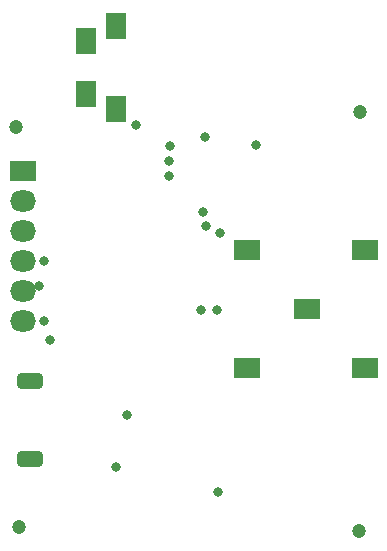
<source format=gbs>
G04*
G04 #@! TF.GenerationSoftware,Altium Limited,Altium Designer,21.6.4 (81)*
G04*
G04 Layer_Color=16711935*
%FSLAX25Y25*%
%MOIN*%
G70*
G04*
G04 #@! TF.SameCoordinates,35DD912C-F110-465F-AF13-46C66D0AF481*
G04*
G04*
G04 #@! TF.FilePolarity,Negative*
G04*
G01*
G75*
G04:AMPARAMS|DCode=30|XSize=86.61mil|YSize=55.12mil|CornerRadius=15.75mil|HoleSize=0mil|Usage=FLASHONLY|Rotation=0.000|XOffset=0mil|YOffset=0mil|HoleType=Round|Shape=RoundedRectangle|*
%AMROUNDEDRECTD30*
21,1,0.08661,0.02362,0,0,0.0*
21,1,0.05512,0.05512,0,0,0.0*
1,1,0.03150,0.02756,-0.01181*
1,1,0.03150,-0.02756,-0.01181*
1,1,0.03150,-0.02756,0.01181*
1,1,0.03150,0.02756,0.01181*
%
%ADD30ROUNDEDRECTD30*%
%ADD31R,0.07087X0.08661*%
%ADD32R,0.08661X0.07087*%
%ADD33O,0.08661X0.07087*%
%ADD34C,0.04724*%
%ADD35C,0.03150*%
D30*
X12205Y31102D02*
D03*
Y57087D02*
D03*
D31*
X30709Y170472D02*
D03*
X40551Y175394D02*
D03*
X30709Y152756D02*
D03*
X40551Y147835D02*
D03*
D32*
X9646Y126909D02*
D03*
X104331Y81004D02*
D03*
X84252Y100689D02*
D03*
X123622Y100787D02*
D03*
Y61319D02*
D03*
X84252D02*
D03*
D33*
X9646Y116909D02*
D03*
Y106909D02*
D03*
Y96909D02*
D03*
Y86910D02*
D03*
Y76910D02*
D03*
D34*
X121653Y7087D02*
D03*
X8268Y8268D02*
D03*
X122146Y146752D02*
D03*
X7480Y141732D02*
D03*
D35*
X75295Y106496D02*
D03*
X69685Y113189D02*
D03*
X58760Y135473D02*
D03*
X47513Y142510D02*
D03*
X15021Y88817D02*
D03*
X58366Y125394D02*
D03*
X16732Y76968D02*
D03*
X58465Y130315D02*
D03*
X16634Y96850D02*
D03*
X18602Y70571D02*
D03*
X74705Y19882D02*
D03*
X70866Y108661D02*
D03*
X74410Y80709D02*
D03*
X68898D02*
D03*
X70472Y138189D02*
D03*
X87402Y135827D02*
D03*
X44488Y45669D02*
D03*
X40794Y28214D02*
D03*
M02*

</source>
